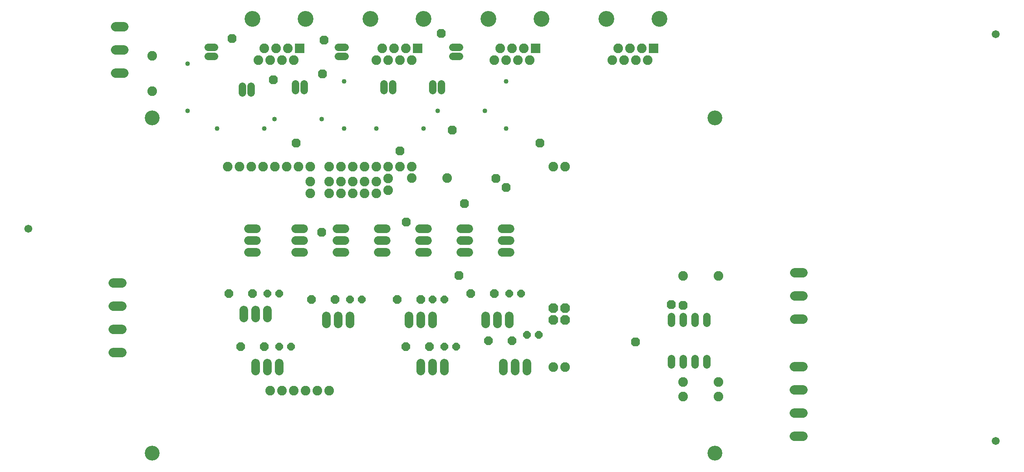
<source format=gts>
G75*
%MOIN*%
%OFA0B0*%
%FSLAX25Y25*%
%IPPOS*%
%LPD*%
%AMOC8*
5,1,8,0,0,1.08239X$1,22.5*
%
%ADD10C,0.12611*%
%ADD11C,0.06706*%
%ADD12C,0.08200*%
%ADD13R,0.08200X0.08200*%
%ADD14C,0.13398*%
%ADD15OC8,0.08200*%
%ADD16C,0.06400*%
%ADD17OC8,0.07100*%
%ADD18OC8,0.06400*%
%ADD19C,0.04000*%
%ADD20C,0.07200*%
%ADD21C,0.07900*%
%ADD22OC8,0.07556*%
D10*
X0177044Y0133303D03*
X0177044Y0417949D03*
X0653816Y0417949D03*
X0653816Y0133303D03*
D11*
X0891965Y0143933D03*
X0891965Y0488933D03*
X0071965Y0323933D03*
D12*
X0240965Y0376433D03*
X0250965Y0376433D03*
X0260965Y0376433D03*
X0270965Y0376433D03*
X0280965Y0376433D03*
X0290965Y0376433D03*
X0300965Y0376433D03*
X0310965Y0376433D03*
X0310965Y0363933D03*
X0310965Y0353933D03*
X0326965Y0353933D03*
X0336965Y0353933D03*
X0346965Y0353933D03*
X0356965Y0353933D03*
X0366965Y0353933D03*
X0376965Y0356433D03*
X0376965Y0366433D03*
X0366965Y0363933D03*
X0356965Y0363933D03*
X0346965Y0363933D03*
X0336965Y0363933D03*
X0326965Y0363933D03*
X0326965Y0376433D03*
X0336965Y0376433D03*
X0346965Y0376433D03*
X0356965Y0376433D03*
X0366965Y0376433D03*
X0376965Y0376433D03*
X0386965Y0376433D03*
X0396965Y0376433D03*
X0396965Y0366728D03*
X0426965Y0366728D03*
X0516965Y0376433D03*
X0526965Y0376433D03*
X0496965Y0466728D03*
X0486965Y0466728D03*
X0476965Y0466728D03*
X0466965Y0466728D03*
X0471965Y0476728D03*
X0481965Y0476728D03*
X0491965Y0476728D03*
X0566965Y0466728D03*
X0576965Y0466728D03*
X0586965Y0466728D03*
X0596965Y0466728D03*
X0591965Y0476728D03*
X0581965Y0476728D03*
X0571965Y0476728D03*
X0396965Y0466728D03*
X0386965Y0466728D03*
X0376965Y0466728D03*
X0366965Y0466728D03*
X0371965Y0476728D03*
X0381965Y0476728D03*
X0391965Y0476728D03*
X0296965Y0466728D03*
X0286965Y0466728D03*
X0276965Y0466728D03*
X0266965Y0466728D03*
X0271965Y0476728D03*
X0281965Y0476728D03*
X0291965Y0476728D03*
X0176965Y0470478D03*
X0176965Y0440478D03*
X0516965Y0206433D03*
X0526965Y0206433D03*
X0626965Y0193933D03*
X0626965Y0181433D03*
X0656965Y0181433D03*
X0656965Y0193933D03*
X0656965Y0283933D03*
X0626965Y0283933D03*
X0326965Y0186433D03*
X0316965Y0186433D03*
X0306965Y0186433D03*
X0296965Y0186433D03*
X0286965Y0186433D03*
X0276965Y0186433D03*
D13*
X0301965Y0476728D03*
X0401965Y0476728D03*
X0501965Y0476728D03*
X0601965Y0476728D03*
D14*
X0606965Y0501728D03*
X0561965Y0501728D03*
X0506965Y0501728D03*
X0461965Y0501728D03*
X0406965Y0501728D03*
X0361965Y0501728D03*
X0306965Y0501728D03*
X0261965Y0501728D03*
D15*
X0516965Y0256433D03*
X0516965Y0246433D03*
X0526965Y0246433D03*
X0526965Y0256433D03*
D16*
X0616965Y0249533D02*
X0616965Y0243933D01*
X0626965Y0243933D02*
X0626965Y0249533D01*
X0636965Y0249533D02*
X0636965Y0243933D01*
X0646965Y0243933D02*
X0646965Y0249533D01*
X0646965Y0213933D02*
X0646965Y0208333D01*
X0636965Y0208333D02*
X0636965Y0213933D01*
X0626965Y0213933D02*
X0626965Y0208333D01*
X0616965Y0208333D02*
X0616965Y0213933D01*
X0421965Y0441133D02*
X0421965Y0446733D01*
X0414465Y0446733D02*
X0414465Y0441133D01*
X0380715Y0441133D02*
X0380715Y0446733D01*
X0373215Y0446733D02*
X0373215Y0441133D01*
X0340340Y0470183D02*
X0334740Y0470183D01*
X0334740Y0477683D02*
X0340340Y0477683D01*
X0305715Y0446733D02*
X0305715Y0441133D01*
X0298215Y0441133D02*
X0298215Y0446733D01*
X0260715Y0444708D02*
X0260715Y0439108D01*
X0253215Y0439108D02*
X0253215Y0444708D01*
X0229765Y0470183D02*
X0224165Y0470183D01*
X0224165Y0477683D02*
X0229765Y0477683D01*
X0431665Y0477683D02*
X0437265Y0477683D01*
X0437265Y0470183D02*
X0431665Y0470183D01*
D17*
X0446965Y0268933D03*
X0466965Y0268933D03*
X0461965Y0228933D03*
X0481965Y0228933D03*
X0411965Y0223933D03*
X0391965Y0223933D03*
X0384465Y0263933D03*
X0404465Y0263933D03*
X0331965Y0263933D03*
X0311965Y0263933D03*
X0261965Y0268933D03*
X0241965Y0268933D03*
X0251965Y0223933D03*
X0271965Y0223933D03*
D18*
X0284465Y0223933D03*
X0294465Y0223933D03*
X0284465Y0268933D03*
X0274465Y0268933D03*
X0344465Y0263933D03*
X0354465Y0263933D03*
X0414465Y0263933D03*
X0424465Y0263933D03*
X0479465Y0268933D03*
X0489465Y0268933D03*
X0494465Y0233933D03*
X0504465Y0233933D03*
X0434465Y0223933D03*
X0424465Y0223933D03*
D19*
X0406965Y0408933D03*
X0418990Y0423933D03*
X0458990Y0423933D03*
X0476965Y0408933D03*
X0476965Y0448933D03*
X0366965Y0408933D03*
X0339465Y0408933D03*
X0320715Y0416908D03*
X0280715Y0416908D03*
X0271965Y0408933D03*
X0231965Y0408933D03*
X0206965Y0423933D03*
X0206965Y0463933D03*
X0339465Y0448933D03*
D20*
X0340165Y0323933D02*
X0333765Y0323933D01*
X0333765Y0313933D02*
X0340165Y0313933D01*
X0340165Y0303933D02*
X0333765Y0303933D01*
X0305165Y0303933D02*
X0298765Y0303933D01*
X0298765Y0313933D02*
X0305165Y0313933D01*
X0305165Y0323933D02*
X0298765Y0323933D01*
X0265165Y0323933D02*
X0258765Y0323933D01*
X0258765Y0313933D02*
X0265165Y0313933D01*
X0265165Y0303933D02*
X0258765Y0303933D01*
X0254465Y0254633D02*
X0254465Y0248233D01*
X0264465Y0248233D02*
X0264465Y0254633D01*
X0274465Y0254633D02*
X0274465Y0248233D01*
X0324465Y0249633D02*
X0324465Y0243233D01*
X0334465Y0243233D02*
X0334465Y0249633D01*
X0344465Y0249633D02*
X0344465Y0243233D01*
X0394465Y0243233D02*
X0394465Y0249633D01*
X0404465Y0249633D02*
X0404465Y0243233D01*
X0414465Y0243233D02*
X0414465Y0249633D01*
X0459465Y0249633D02*
X0459465Y0243233D01*
X0469465Y0243233D02*
X0469465Y0249633D01*
X0479465Y0249633D02*
X0479465Y0243233D01*
X0474465Y0209633D02*
X0474465Y0203233D01*
X0484465Y0203233D02*
X0484465Y0209633D01*
X0494465Y0209633D02*
X0494465Y0203233D01*
X0424465Y0203233D02*
X0424465Y0209633D01*
X0414465Y0209633D02*
X0414465Y0203233D01*
X0404465Y0203233D02*
X0404465Y0209633D01*
X0284465Y0209633D02*
X0284465Y0203233D01*
X0274465Y0203233D02*
X0274465Y0209633D01*
X0264465Y0209633D02*
X0264465Y0203233D01*
X0368765Y0303933D02*
X0375165Y0303933D01*
X0375165Y0313933D02*
X0368765Y0313933D01*
X0368765Y0323933D02*
X0375165Y0323933D01*
X0403765Y0323933D02*
X0410165Y0323933D01*
X0410165Y0313933D02*
X0403765Y0313933D01*
X0403765Y0303933D02*
X0410165Y0303933D01*
X0438765Y0303933D02*
X0445165Y0303933D01*
X0445165Y0313933D02*
X0438765Y0313933D01*
X0438765Y0323933D02*
X0445165Y0323933D01*
X0473765Y0323933D02*
X0480165Y0323933D01*
X0480165Y0313933D02*
X0473765Y0313933D01*
X0473765Y0303933D02*
X0480165Y0303933D01*
D21*
X0721486Y0286413D02*
X0728586Y0286413D01*
X0728586Y0266728D02*
X0721486Y0266728D01*
X0721486Y0247043D02*
X0728586Y0247043D01*
X0728507Y0206886D02*
X0721407Y0206886D01*
X0721407Y0187201D02*
X0728507Y0187201D01*
X0728507Y0167516D02*
X0721407Y0167516D01*
X0721407Y0147831D02*
X0728507Y0147831D01*
X0151186Y0218636D02*
X0144086Y0218636D01*
X0144086Y0238321D02*
X0151186Y0238321D01*
X0151186Y0258006D02*
X0144086Y0258006D01*
X0144086Y0277691D02*
X0151186Y0277691D01*
X0152936Y0455793D02*
X0145836Y0455793D01*
X0145836Y0475478D02*
X0152936Y0475478D01*
X0152936Y0495163D02*
X0145836Y0495163D01*
D22*
X0244465Y0485183D03*
X0279465Y0450183D03*
X0321390Y0455183D03*
X0322640Y0483933D03*
X0421865Y0489508D03*
X0431365Y0407433D03*
X0386915Y0389833D03*
X0441665Y0345233D03*
X0468215Y0366433D03*
X0476965Y0358933D03*
X0505715Y0396433D03*
X0392165Y0329533D03*
X0436865Y0284033D03*
X0320615Y0320758D03*
X0299015Y0396358D03*
X0586565Y0227733D03*
X0616940Y0259333D03*
X0626965Y0258933D03*
M02*

</source>
